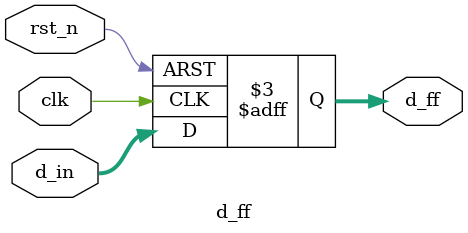
<source format=sv>
`timescale 1ns / 1ps

module d_ff(
   input clk,
   input rst_n,
   input [2:0] d_in,
   output logic [2:0] d_ff
    );
    
logic [2:0] d_ff_2 ;
    
always_ff @ (posedge clk or negedge rst_n) begin
  if(~rst_n) begin
    d_ff <= 0;
    d_ff_2 <= 0;
  end 
  else begin
    d_ff <= d_in;
    d_ff_2 <= d_ff;
 end
 end

endmodule

</source>
